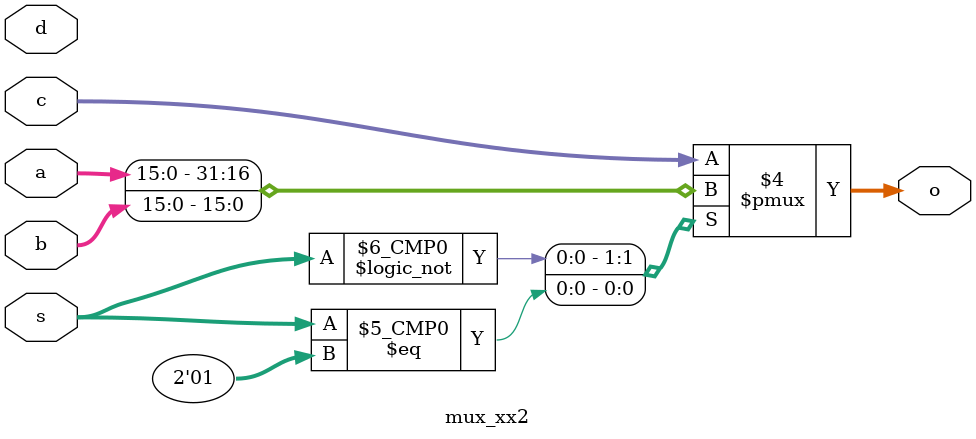
<source format=v>
`timescale 1ns / 1ps

module mux_xx2(a,b,c,d,s,o);
        
    input [1:0] s;
    input [15:0] a,b,c,d;
    output reg [15:0] o;
    
    always @(*) case(s)
        2'b00 : o = a;
        2'b01 : o = b;
        2'b10 : o = c;
        default : o = c;
    endcase
endmodule

</source>
